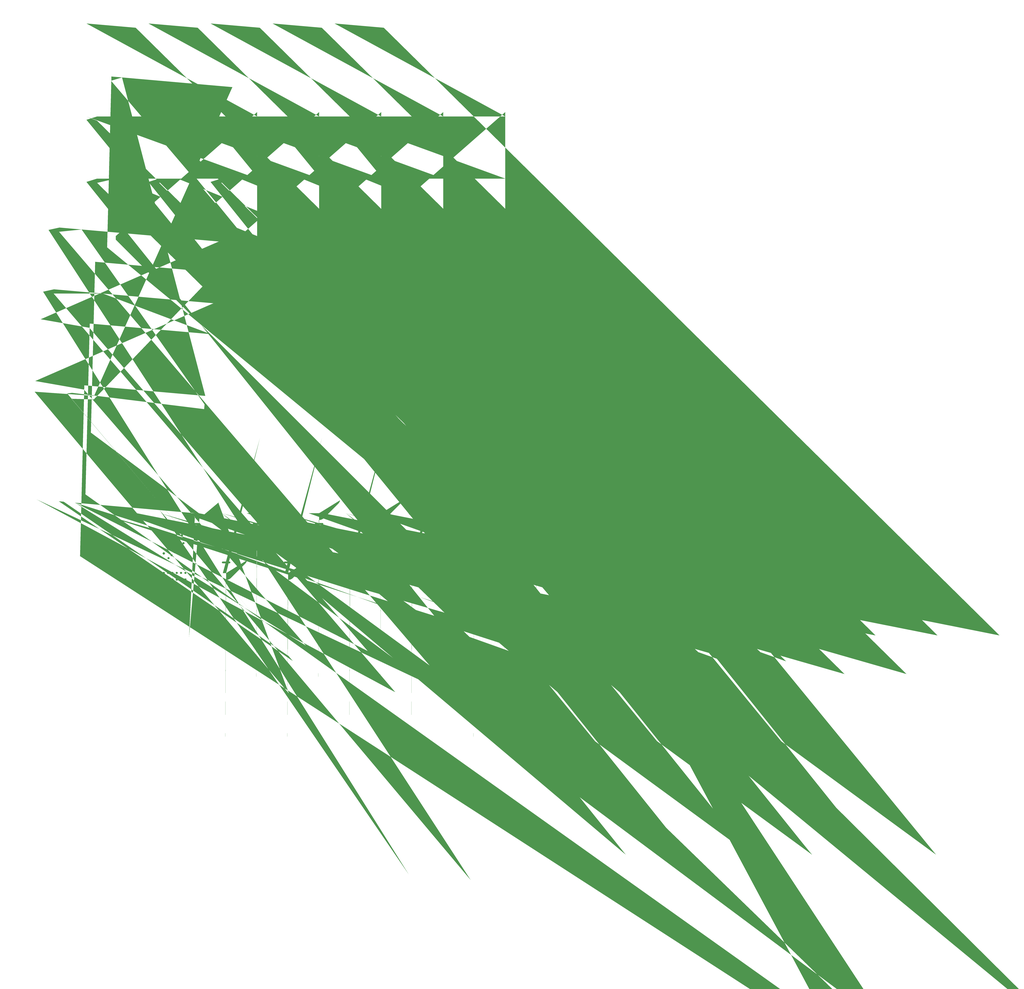
<source format=gts>
G04 #@! TF.GenerationSoftware,KiCad,Pcbnew,7.0.7*
G04 #@! TF.CreationDate,2023-09-19T02:58:37+01:00*
G04 #@! TF.ProjectId,segment-stagx,7365676d-656e-4742-9d73-746167782e6b,rev?*
G04 #@! TF.SameCoordinates,Original*
G04 #@! TF.FileFunction,Soldermask,Top*
G04 #@! TF.FilePolarity,Negative*
%FSLAX46Y46*%
G04 Gerber Fmt 4.6, Leading zero omitted, Abs format (unit mm)*
G04 Created by KiCad (PCBNEW 7.0.7) date 2023-09-19 02:58:37*
%MOMM*%
%LPD*%
G01*
G04 APERTURE LIST*
G04 Aperture macros list*
%AMRoundRect*
0 Rectangle with rounded corners*
0 $1 Rounding radius*
0 $2 $3 $4 $5 $6 $7 $8 $9 X,Y pos of 4 corners*
0 Add a 4 corners polygon primitive as box body*
4,1,4,$2,$3,$4,$5,$6,$7,$8,$9,$2,$3,0*
0 Add four circle primitives for the rounded corners*
1,1,$1+$1,$2,$3*
1,1,$1+$1,$4,$5*
1,1,$1+$1,$6,$7*
1,1,$1+$1,$8,$9*
0 Add four rect primitives between the rounded corners*
20,1,$1+$1,$2,$3,$4,$5,0*
20,1,$1+$1,$4,$5,$6,$7,0*
20,1,$1+$1,$6,$7,$8,$9,0*
20,1,$1+$1,$8,$9,$2,$3,0*%
%AMFreePoly0*
4,1,97,15.674732,9.680902,15.711059,9.630902,15.713002,9.575885,15.656903,9.350124,15.655772,9.346248,15.507441,8.905005,15.505771,8.900706,15.317321,8.474735,15.315263,8.470608,15.088386,8.063802,15.085956,8.059882,14.822580,7.675696,14.819799,7.672016,14.522347,7.313940,14.519644,7.310941,14.356651,7.144161,3.605859,-3.606630,3.448131,-3.760956,3.445301,-3.763520,3.213646,-3.957901,
3.181553,-3.985940,3.178041,-3.988741,3.169478,-3.994961,3.107865,-4.046663,3.104402,-4.049320,2.835678,-4.237482,2.811447,-4.255088,2.807693,-4.257565,2.802943,-4.260402,2.743349,-4.302132,2.739668,-4.304477,2.428112,-4.484354,2.418705,-4.489975,2.414737,-4.492110,2.414382,-4.492280,2.357954,-4.524860,2.354083,-4.526876,1.954613,-4.713151,1.950581,-4.714821,1.536397,-4.865572,
1.532235,-4.866884,1.106488,-4.980962,1.102228,-4.981907,0.668158,-5.058445,0.663831,-5.059014,0.224743,-5.097430,0.220383,-5.097620,-0.220383,-5.097620,-0.224743,-5.097430,-0.663831,-5.059014,-0.668158,-5.058445,-1.102228,-4.981907,-1.106488,-4.980962,-1.532235,-4.866884,-1.536397,-4.865572,-1.950581,-4.714821,-1.954613,-4.713151,-2.354083,-4.526876,-2.357954,-4.524860,-2.414382,-4.492280,
-2.414737,-4.492110,-2.418705,-4.489975,-2.428112,-4.484354,-2.739668,-4.304477,-2.743349,-4.302132,-2.802943,-4.260402,-2.807693,-4.257565,-2.811447,-4.255088,-2.835678,-4.237482,-3.104402,-4.049320,-3.107865,-4.046663,-3.169478,-3.994961,-3.178041,-3.988741,-3.181553,-3.985940,-3.213646,-3.957901,-3.445301,-3.763520,-3.448131,-3.760956,-3.605859,-3.606630,-14.356651,7.144161,-14.519644,7.310941,
-14.522347,7.313940,-14.819799,7.672017,-14.822580,7.675697,-15.085955,8.059882,-15.088385,8.063802,-15.315262,8.470608,-15.317320,8.474735,-15.505771,8.900706,-15.507441,8.905005,-15.655771,9.346248,-15.656902,9.350124,-15.713002,9.575884,-15.708642,9.637534,-15.668878,9.684846,-15.615953,9.700000,15.615953,9.700000,15.674732,9.680902,15.674732,9.680902,$1*%
%AMFreePoly1*
4,1,156,6.030900,9.795106,6.030902,9.795106,6.089681,9.776008,6.089684,9.776005,6.099134,9.769137,6.139679,9.739683,6.139683,9.739677,6.148317,9.727791,6.176006,9.689685,6.176009,9.689677,6.180903,9.674613,6.195106,9.630906,6.195106,9.630902,6.200000,9.600000,6.200000,1.000000,6.199827,0.998908,6.199988,0.997818,6.197608,0.779617,6.196321,0.772033,6.196858,0.764368,
6.158823,0.329626,6.156699,0.321110,6.156547,0.312328,6.080767,-0.117444,6.077908,-0.125743,6.076991,-0.134478,5.964042,-0.556009,5.960468,-0.564034,5.958794,-0.572649,5.809536,-0.982733,5.805280,-0.990408,5.802860,-0.998853,5.618429,-1.394367,5.613520,-1.401643,5.610373,-1.409843,5.392172,-1.787778,5.386643,-1.794604,5.382796,-1.802493,5.132486,-2.159973,5.126386,-2.166288,
5.121865,-2.173815,4.841353,-2.508118,4.835546,-2.513164,4.831098,-2.519431,4.678490,-2.675404,4.677604,-2.676061,4.676956,-2.676955,3.676956,-3.676956,3.676060,-3.677606,3.675404,-3.678490,3.519430,-3.831099,3.513164,-3.835546,3.508118,-3.841353,3.173815,-4.121866,3.166285,-4.126389,3.159973,-4.132486,2.802494,-4.382796,2.794597,-4.386646,2.787778,-4.392170,2.409843,-4.610372,
2.401643,-4.613519,2.394366,-4.618429,1.998853,-4.802860,1.990408,-4.805280,1.982733,-4.809536,1.572649,-4.958794,1.564034,-4.960468,1.556009,-4.964042,1.134478,-5.076991,1.125743,-5.077908,1.117444,-5.080767,0.687672,-5.156547,0.678887,-5.156699,0.670374,-5.158823,0.235633,-5.196858,0.226874,-5.196245,0.218201,-5.197620,-0.218201,-5.197620,-0.226874,-5.196245,-0.235632,-5.196858,
-0.670374,-5.158823,-0.678887,-5.156699,-0.687672,-5.156547,-1.117444,-5.080767,-1.125743,-5.077908,-1.134478,-5.076991,-1.556009,-4.964042,-1.564034,-4.960468,-1.572649,-4.958794,-1.982733,-4.809536,-1.990408,-4.805280,-1.998853,-4.802860,-2.394367,-4.618429,-2.401643,-4.613520,-2.409843,-4.610373,-2.787778,-4.392172,-2.794604,-4.386643,-2.802493,-4.382796,-3.159973,-4.132486,-3.166288,-4.126386,
-3.173815,-4.121865,-3.508118,-3.841353,-3.513164,-3.835546,-3.519431,-3.831098,-3.675404,-3.678490,-3.676061,-3.677604,-3.676955,-3.676956,-16.176956,8.823044,-16.177568,8.823888,-16.178406,8.824510,-16.324226,8.973367,-16.328486,8.979359,-16.334056,8.984163,-16.603182,9.302345,-16.606994,9.308634,-16.612200,9.313833,-16.734802,9.482328,-16.749026,9.510196,-16.749046,9.510259,-16.749090,9.510319,
-16.763262,9.553937,-16.763272,9.553934,-16.768166,9.568960,-16.768166,9.569030,-16.768188,9.569098,-16.768188,9.584903,-16.768177,9.584903,-16.768210,9.630763,-16.768188,9.630830,-16.768188,9.630902,-16.754018,9.674511,-16.754028,9.674515,-16.749156,9.689549,-16.749114,9.689606,-16.749090,9.689681,-16.749086,9.689685,-16.739796,9.702470,-16.739787,9.702464,-16.712867,9.739577,-16.712857,9.739584,
-16.712805,9.739621,-16.712766,9.739676,-16.675665,9.766633,-16.675671,9.766641,-16.662893,9.775940,-16.662829,9.775960,-16.662767,9.776006,-16.662756,9.776010,-16.647724,9.780893,-16.647720,9.780882,-16.604129,9.795084,-16.604050,9.795084,-16.603986,9.795105,-16.573082,9.800000,6.000000,9.800000,6.030900,9.795106,6.030900,9.795106,$1*%
%AMFreePoly2*
4,1,158,16.603987,9.795104,16.604048,9.795084,16.604121,9.795084,16.647726,9.780882,16.647730,9.780892,16.662760,9.776009,16.662816,9.775967,16.662887,9.775945,16.662891,9.775942,16.675670,9.766643,16.675663,9.766634,16.712761,9.739683,16.712763,9.739679,16.712803,9.739623,16.712862,9.739581,16.739791,9.702459,16.739800,9.702466,16.749089,9.689681,16.749110,9.689614,16.749153,9.689556,
16.749154,9.689555,16.754027,9.674521,16.754016,9.674517,16.768188,9.630903,16.768188,9.630832,16.768210,9.630765,16.768178,9.584900,16.768188,9.584900,16.768188,9.569098,16.768167,9.569033,16.768167,9.568960,16.763272,9.553931,16.763261,9.553934,16.749090,9.510319,16.749087,9.510316,16.749047,9.510262,16.749027,9.510198,16.734801,9.482327,16.612197,9.313832,16.606991,9.308634,
16.603181,9.302348,16.334055,8.984165,16.328486,8.979362,16.324225,8.973368,16.178406,8.824510,16.177568,8.823887,16.176956,8.823045,3.676956,-3.676956,3.676060,-3.677606,3.675404,-3.678490,3.519430,-3.831099,3.513164,-3.835546,3.508118,-3.841353,3.173815,-4.121866,3.166285,-4.126389,3.159973,-4.132486,2.802494,-4.382796,2.794597,-4.386646,2.787778,-4.392170,2.409843,-4.610372,
2.401643,-4.613519,2.394366,-4.618429,1.998853,-4.802860,1.990408,-4.805280,1.982733,-4.809536,1.572649,-4.958794,1.564034,-4.960468,1.556009,-4.964042,1.134478,-5.076991,1.125743,-5.077908,1.117444,-5.080767,0.687672,-5.156547,0.678887,-5.156699,0.670374,-5.158823,0.235633,-5.196858,0.226874,-5.196245,0.218201,-5.197620,-0.218201,-5.197620,-0.226874,-5.196245,-0.235632,-5.196858,
-0.670374,-5.158823,-0.678887,-5.156699,-0.687672,-5.156547,-1.117444,-5.080767,-1.125743,-5.077908,-1.134478,-5.076991,-1.556009,-4.964042,-1.564034,-4.960468,-1.572649,-4.958794,-1.982733,-4.809536,-1.990408,-4.805280,-1.998853,-4.802860,-2.394367,-4.618429,-2.401643,-4.613520,-2.409843,-4.610373,-2.787778,-4.392172,-2.794604,-4.386643,-2.802493,-4.382796,-3.159973,-4.132486,-3.166288,-4.126386,
-3.173815,-4.121865,-3.508118,-3.841353,-3.513164,-3.835546,-3.519431,-3.831098,-3.675404,-3.678490,-3.676061,-3.677604,-3.676955,-3.676956,-4.676956,-2.676956,-4.677585,-2.676088,-4.678446,-2.675450,-4.831105,-2.519522,-4.835578,-2.513225,-4.841401,-2.508164,-5.121919,-2.173856,-5.126442,-2.166326,-5.132540,-2.160013,-5.382853,-1.802530,-5.386703,-1.794633,-5.392227,-1.787814,-5.610432,-1.409874,
-5.613578,-1.401677,-5.618489,-1.394398,-5.802923,-0.998879,-5.805343,-0.990434,-5.809599,-0.982759,-5.958859,-0.572670,-5.960533,-0.564055,-5.964107,-0.556030,-6.077058,-0.134492,-6.077975,-0.125757,-6.080834,-0.117458,-6.156615,0.312319,-6.156767,0.321102,-6.158891,0.329618,-6.196926,0.764366,-6.196387,0.772064,-6.197676,0.779678,-6.199988,0.997882,-6.199831,0.998937,-6.200000,1.000000,
-6.200000,9.600000,-6.195106,9.630902,-6.190212,9.645964,-6.176008,9.689681,-6.176005,9.689684,-6.166695,9.702497,-6.139683,9.739679,-6.139677,9.739683,-6.126863,9.748992,-6.089685,9.776006,-6.089677,9.776009,-6.074613,9.780903,-6.074612,9.780902,-6.030906,9.795106,-6.030900,9.795106,-6.000000,9.800000,16.573082,9.800000,16.603987,9.795104,16.603987,9.795104,$1*%
G04 Aperture macros list end*
%ADD10O,5.300000X10.300000*%
%ADD11RoundRect,0.700000X2.500000X0.000000X-2.500000X0.000000X-2.500000X0.000000X2.500000X0.000000X0*%
%ADD12FreePoly0,180.000000*%
%ADD13RoundRect,0.700000X-2.500000X0.000000X2.500000X0.000000X2.500000X0.000000X-2.500000X0.000000X0*%
%ADD14FreePoly1,0.000000*%
%ADD15RoundRect,0.450000X-0.494975X0.000000X0.000000X-0.494975X0.494975X0.000000X0.000000X0.494975X0*%
%ADD16C,1.600000*%
%ADD17RoundRect,0.450000X0.350000X-0.350000X0.350000X0.350000X-0.350000X0.350000X-0.350000X-0.350000X0*%
%ADD18FreePoly0,0.000000*%
%ADD19FreePoly2,0.000000*%
G04 APERTURE END LIST*
D10*
X301500000Y-106200000D03*
X208300000Y-106200000D03*
D11*
X251500000Y-120200000D03*
D12*
X251500000Y-128200000D03*
D11*
X298200000Y-120200000D03*
D12*
X298200000Y-128200000D03*
D13*
X368100000Y-91200000D03*
D14*
X368100000Y-83200000D03*
D15*
X71782233Y-106682233D03*
D16*
X75317767Y-110217767D03*
D15*
X74032233Y-104432233D03*
D16*
X77567767Y-107967767D03*
D11*
X344800000Y-120200000D03*
D12*
X344800000Y-128200000D03*
D15*
X65032233Y-113432233D03*
D16*
X68567767Y-116967767D03*
D11*
X111800000Y-120200000D03*
D12*
X111800000Y-128200000D03*
D16*
X74750000Y-128000000D03*
D17*
X74750000Y-133000000D03*
D13*
X181700000Y-91200000D03*
D18*
X181700000Y-83200000D03*
D15*
X78532233Y-99932233D03*
D16*
X82067767Y-103467767D03*
D11*
X205000000Y-120200000D03*
D12*
X205000000Y-128200000D03*
D13*
X135100000Y-91200000D03*
D18*
X135100000Y-83200000D03*
D11*
X158400000Y-120200000D03*
D12*
X158400000Y-128200000D03*
D13*
X88500000Y-91200000D03*
D19*
X88500000Y-83200000D03*
D13*
X321500000Y-91200000D03*
D18*
X321500000Y-83200000D03*
D16*
X81250000Y-128000000D03*
D17*
X81250000Y-133000000D03*
D16*
X78000000Y-128000000D03*
D17*
X78000000Y-133000000D03*
D16*
X65000000Y-128000000D03*
D17*
X65000000Y-133000000D03*
D15*
X76282233Y-102182233D03*
D16*
X79817767Y-105717767D03*
D15*
X67282233Y-111182233D03*
D16*
X70817767Y-114717767D03*
D13*
X274900000Y-91200000D03*
D18*
X274900000Y-83200000D03*
D16*
X68250000Y-128000000D03*
D17*
X68250000Y-133000000D03*
D15*
X69532233Y-108932233D03*
D16*
X73067767Y-112467767D03*
D10*
X115100000Y-106200000D03*
D13*
X228300000Y-91200000D03*
D18*
X228300000Y-83200000D03*
D16*
X71500000Y-128000000D03*
D17*
X71500000Y-133000000D03*
M02*

</source>
